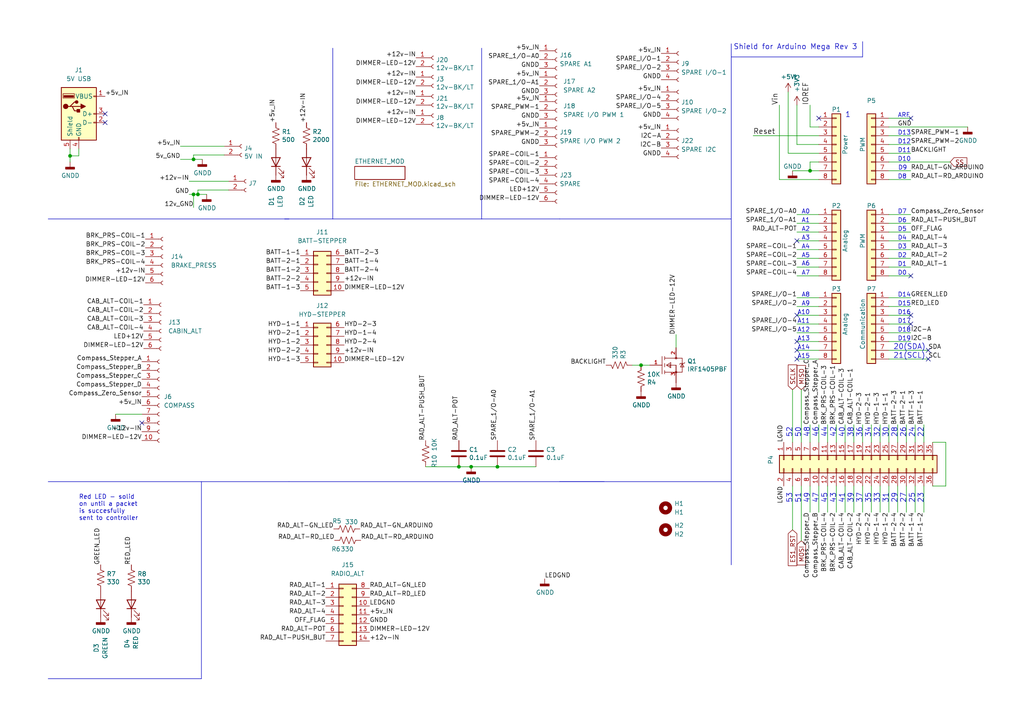
<source format=kicad_sch>
(kicad_sch (version 20230121) (generator eeschema)
  (paper "A4")
  (title_block (date "mar. 31 mars 2015"))
  (lib_symbols
    (symbol "Connector:Conn_01x02_Female" (pin_names (offset 1.016) hide)
      (property "Reference" "J" (at 0 2.54 0))
      (property "Value" "Conn_01x02_Female" (at 0 -5.08 0))
      (symbol "Conn_01x02_Female_1_1"
        (pin passive line (at -5.08 0 0) (length 3.81) (name "Pin_1") (number "1"))
        (pin passive line (at -5.08 -2.54 0) (length 3.81) (name "Pin_2") (number "2"))
      )
    )
    (symbol "Connector:Conn_01x03_Female" (pin_names (offset 1.016) hide)
      (property "Reference" "J" (at 0 5.08 0))
      (property "Value" "Conn_01x03_Female" (at 0 -5.08 0))
      (symbol "Conn_01x03_Female_1_1"
        (pin passive line (at -5.08 2.54 0) (length 3.81) (name "Pin_1") (number "1"))
        (pin passive line (at -5.08 0 0) (length 3.81) (name "Pin_2") (number "2"))
        (pin passive line (at -5.08 -2.54 0) (length 3.81) (name "Pin_3") (number "3"))
      )
    )
    (symbol "Connector:Conn_01x04_Female" (pin_names (offset 1.016) hide)
      (property "Reference" "J" (at 0 5.08 0))
      (property "Value" "Conn_01x04_Female" (at 0 -7.62 0))
      (symbol "Conn_01x04_Female_1_1"
        (pin passive line (at -5.08 2.54 0) (length 3.81) (name "Pin_1") (number "1"))
        (pin passive line (at -5.08 0 0) (length 3.81) (name "Pin_2") (number "2"))
        (pin passive line (at -5.08 -2.54 0) (length 3.81) (name "Pin_3") (number "3"))
        (pin passive line (at -5.08 -5.08 0) (length 3.81) (name "Pin_4") (number "4"))
      )
    )
    (symbol "Connector:Conn_01x06_Female" (pin_names (offset 1.016) hide)
      (property "Reference" "J" (at 0 7.62 0))
      (property "Value" "Conn_01x06_Female" (at 0 -10.16 0))
      (symbol "Conn_01x06_Female_1_1"
        (pin passive line (at -5.08 5.08 0) (length 3.81) (name "Pin_1") (number "1"))
        (pin passive line (at -5.08 2.54 0) (length 3.81) (name "Pin_2") (number "2"))
        (pin passive line (at -5.08 0 0) (length 3.81) (name "Pin_3") (number "3"))
        (pin passive line (at -5.08 -2.54 0) (length 3.81) (name "Pin_4") (number "4"))
        (pin passive line (at -5.08 -5.08 0) (length 3.81) (name "Pin_5") (number "5"))
        (pin passive line (at -5.08 -7.62 0) (length 3.81) (name "Pin_6") (number "6"))
      )
    )
    (symbol "Connector:Conn_01x10_Female" (pin_names (offset 1.016) hide)
      (property "Reference" "J" (at 0 12.7 0))
      (property "Value" "Conn_01x10_Female" (at 0 -15.24 0))
      (symbol "Conn_01x10_Female_1_1"
        (pin passive line (at -5.08 10.16 0) (length 3.81) (name "Pin_1") (number "1"))
        (pin passive line (at -5.08 -12.7 0) (length 3.81) (name "Pin_10") (number "10"))
        (pin passive line (at -5.08 7.62 0) (length 3.81) (name "Pin_2") (number "2"))
        (pin passive line (at -5.08 5.08 0) (length 3.81) (name "Pin_3") (number "3"))
        (pin passive line (at -5.08 2.54 0) (length 3.81) (name "Pin_4") (number "4"))
        (pin passive line (at -5.08 0 0) (length 3.81) (name "Pin_5") (number "5"))
        (pin passive line (at -5.08 -2.54 0) (length 3.81) (name "Pin_6") (number "6"))
        (pin passive line (at -5.08 -5.08 0) (length 3.81) (name "Pin_7") (number "7"))
        (pin passive line (at -5.08 -7.62 0) (length 3.81) (name "Pin_8") (number "8"))
        (pin passive line (at -5.08 -10.16 0) (length 3.81) (name "Pin_9") (number "9"))
      )
    )
    (symbol "Connector:USB_A" (pin_names (offset 1.016))
      (property "Reference" "J" (at -5.08 11.43 0))
      (property "Value" "USB_A" (at -5.08 8.89 0))
      (symbol "USB_A_1_1"
        (pin power_in line (at 7.62 5.08 180) (length 2.54) (name "VBUS") (number "1"))
        (pin bidirectional line (at 7.62 -2.54 180) (length 2.54) (name "D-") (number "2"))
        (pin bidirectional line (at 7.62 0 180) (length 2.54) (name "D+") (number "3"))
        (pin power_in line (at 0 -10.16 90) (length 2.54) (name "GND") (number "4"))
        (pin passive line (at -2.54 -10.16 90) (length 2.54) (name "Shield") (number "5"))
      )
    )
    (symbol "Connector_Generic:Conn_01x08" (pin_names (offset 1.016) hide)
      (property "Reference" "J" (at 0 10.16 0))
      (property "Value" "Conn_01x08" (at 0 -12.7 0))
      (symbol "Conn_01x08_1_1"
        (pin passive line (at -5.08 7.62 0) (length 3.81) (name "Pin_1") (number "1"))
        (pin passive line (at -5.08 5.08 0) (length 3.81) (name "Pin_2") (number "2"))
        (pin passive line (at -5.08 2.54 0) (length 3.81) (name "Pin_3") (number "3"))
        (pin passive line (at -5.08 0 0) (length 3.81) (name "Pin_4") (number "4"))
        (pin passive line (at -5.08 -2.54 0) (length 3.81) (name "Pin_5") (number "5"))
        (pin passive line (at -5.08 -5.08 0) (length 3.81) (name "Pin_6") (number "6"))
        (pin passive line (at -5.08 -7.62 0) (length 3.81) (name "Pin_7") (number "7"))
        (pin passive line (at -5.08 -10.16 0) (length 3.81) (name "Pin_8") (number "8"))
      )
    )
    (symbol "Connector_Generic:Conn_02x05_Top_Bottom" (pin_names (offset 1.016) hide)
      (property "Reference" "J" (at 1.27 7.62 0))
      (property "Value" "Conn_02x05_Top_Bottom" (at 1.27 -7.62 0))
      (symbol "Conn_02x05_Top_Bottom_1_1"
        (pin passive line (at -5.08 5.08 0) (length 3.81) (name "Pin_1") (number "1"))
        (pin passive line (at 7.62 -5.08 180) (length 3.81) (name "Pin_10") (number "10"))
        (pin passive line (at -5.08 2.54 0) (length 3.81) (name "Pin_2") (number "2"))
        (pin passive line (at -5.08 0 0) (length 3.81) (name "Pin_3") (number "3"))
        (pin passive line (at -5.08 -2.54 0) (length 3.81) (name "Pin_4") (number "4"))
        (pin passive line (at -5.08 -5.08 0) (length 3.81) (name "Pin_5") (number "5"))
        (pin passive line (at 7.62 5.08 180) (length 3.81) (name "Pin_6") (number "6"))
        (pin passive line (at 7.62 2.54 180) (length 3.81) (name "Pin_7") (number "7"))
        (pin passive line (at 7.62 0 180) (length 3.81) (name "Pin_8") (number "8"))
        (pin passive line (at 7.62 -2.54 180) (length 3.81) (name "Pin_9") (number "9"))
      )
    )
    (symbol "Connector_Generic:Conn_02x07_Top_Bottom" (pin_names (offset 1.016) hide)
      (property "Reference" "J" (at 1.27 10.16 0))
      (property "Value" "Conn_02x07_Top_Bottom" (at 1.27 -10.16 0))
      (symbol "Conn_02x07_Top_Bottom_1_1"
        (pin passive line (at -5.08 7.62 0) (length 3.81) (name "Pin_1") (number "1"))
        (pin passive line (at 7.62 2.54 180) (length 3.81) (name "Pin_10") (number "10"))
        (pin passive line (at 7.62 0 180) (length 3.81) (name "Pin_11") (number "11"))
        (pin passive line (at 7.62 -2.54 180) (length 3.81) (name "Pin_12") (number "12"))
        (pin passive line (at 7.62 -5.08 180) (length 3.81) (name "Pin_13") (number "13"))
        (pin passive line (at 7.62 -7.62 180) (length 3.81) (name "Pin_14") (number "14"))
        (pin passive line (at -5.08 5.08 0) (length 3.81) (name "Pin_2") (number "2"))
        (pin passive line (at -5.08 2.54 0) (length 3.81) (name "Pin_3") (number "3"))
        (pin passive line (at -5.08 0 0) (length 3.81) (name "Pin_4") (number "4"))
        (pin passive line (at -5.08 -2.54 0) (length 3.81) (name "Pin_5") (number "5"))
        (pin passive line (at -5.08 -5.08 0) (length 3.81) (name "Pin_6") (number "6"))
        (pin passive line (at -5.08 -7.62 0) (length 3.81) (name "Pin_7") (number "7"))
        (pin passive line (at 7.62 7.62 180) (length 3.81) (name "Pin_8") (number "8"))
        (pin passive line (at 7.62 5.08 180) (length 3.81) (name "Pin_9") (number "9"))
      )
    )
    (symbol "Connector_Generic:Conn_02x18_Odd_Even" (pin_names (offset 1.016) hide)
      (property "Reference" "J" (at 1.27 22.86 0))
      (property "Value" "Conn_02x18_Odd_Even" (at 1.27 -25.4 0))
      (symbol "Conn_02x18_Odd_Even_1_1"
        (pin passive line (at -5.08 20.32 0) (length 3.81) (name "Pin_1") (number "1"))
        (pin passive line (at 7.62 10.16 180) (length 3.81) (name "Pin_10") (number "10"))
        (pin passive line (at -5.08 7.62 0) (length 3.81) (name "Pin_11") (number "11"))
        (pin passive line (at 7.62 7.62 180) (length 3.81) (name "Pin_12") (number "12"))
        (pin passive line (at -5.08 5.08 0) (length 3.81) (name "Pin_13") (number "13"))
        (pin passive line (at 7.62 5.08 180) (length 3.81) (name "Pin_14") (number "14"))
        (pin passive line (at -5.08 2.54 0) (length 3.81) (name "Pin_15") (number "15"))
        (pin passive line (at 7.62 2.54 180) (length 3.81) (name "Pin_16") (number "16"))
        (pin passive line (at -5.08 0 0) (length 3.81) (name "Pin_17") (number "17"))
        (pin passive line (at 7.62 0 180) (length 3.81) (name "Pin_18") (number "18"))
        (pin passive line (at -5.08 -2.54 0) (length 3.81) (name "Pin_19") (number "19"))
        (pin passive line (at 7.62 20.32 180) (length 3.81) (name "Pin_2") (number "2"))
        (pin passive line (at 7.62 -2.54 180) (length 3.81) (name "Pin_20") (number "20"))
        (pin passive line (at -5.08 -5.08 0) (length 3.81) (name "Pin_21") (number "21"))
        (pin passive line (at 7.62 -5.08 180) (length 3.81) (name "Pin_22") (number "22"))
        (pin passive line (at -5.08 -7.62 0) (length 3.81) (name "Pin_23") (number "23"))
        (pin passive line (at 7.62 -7.62 180) (length 3.81) (name "Pin_24") (number "24"))
        (pin passive line (at -5.08 -10.16 0) (length 3.81) (name "Pin_25") (number "25"))
        (pin passive line (at 7.62 -10.16 180) (length 3.81) (name "Pin_26") (number "26"))
        (pin passive line (at -5.08 -12.7 0) (length 3.81) (name "Pin_27") (number "27"))
        (pin passive line (at 7.62 -12.7 180) (length 3.81) (name "Pin_28") (number "28"))
        (pin passive line (at -5.08 -15.24 0) (length 3.81) (name "Pin_29") (number "29"))
        (pin passive line (at -5.08 17.78 0) (length 3.81) (name "Pin_3") (number "3"))
        (pin passive line (at 7.62 -15.24 180) (length 3.81) (name "Pin_30") (number "30"))
        (pin passive line (at -5.08 -17.78 0) (length 3.81) (name "Pin_31") (number "31"))
        (pin passive line (at 7.62 -17.78 180) (length 3.81) (name "Pin_32") (number "32"))
        (pin passive line (at -5.08 -20.32 0) (length 3.81) (name "Pin_33") (number "33"))
        (pin passive line (at 7.62 -20.32 180) (length 3.81) (name "Pin_34") (number "34"))
        (pin passive line (at -5.08 -22.86 0) (length 3.81) (name "Pin_35") (number "35"))
        (pin passive line (at 7.62 -22.86 180) (length 3.81) (name "Pin_36") (number "36"))
        (pin passive line (at 7.62 17.78 180) (length 3.81) (name "Pin_4") (number "4"))
        (pin passive line (at -5.08 15.24 0) (length 3.81) (name "Pin_5") (number "5"))
        (pin passive line (at 7.62 15.24 180) (length 3.81) (name "Pin_6") (number "6"))
        (pin passive line (at -5.08 12.7 0) (length 3.81) (name "Pin_7") (number "7"))
        (pin passive line (at 7.62 12.7 180) (length 3.81) (name "Pin_8") (number "8"))
        (pin passive line (at -5.08 10.16 0) (length 3.81) (name "Pin_9") (number "9"))
      )
    )
    (symbol "Device:C" (pin_numbers hide) (pin_names (offset 0.254))
      (property "Reference" "C" (at 0.635 2.54 0))
      (property "Value" "C" (at 0.635 -2.54 0))
      (symbol "C_1_1"
        (pin passive line (at 0 3.81 270) (length 2.794) (name "~") (number "1"))
        (pin passive line (at 0 -3.81 90) (length 2.794) (name "~") (number "2"))
      )
    )
    (symbol "Device:LED" (pin_numbers hide) (pin_names (offset 1.016) hide)
      (property "Reference" "D" (at 0 2.54 0))
      (property "Value" "LED" (at 0 -2.54 0))
      (symbol "LED_1_1"
        (pin passive line (at -3.81 0 0) (length 2.54) (name "K") (number "1"))
        (pin passive line (at 3.81 0 180) (length 2.54) (name "A") (number "2"))
      )
    )
    (symbol "Device:R_US" (pin_numbers hide) (pin_names (offset 0))
      (property "Reference" "R" (at 2.54 0 90))
      (property "Value" "R_US" (at -2.54 0 90))
      (symbol "R_US_1_1"
        (pin passive line (at 0 3.81 270) (length 1.27) (name "~") (number "1"))
        (pin passive line (at 0 -3.81 90) (length 1.27) (name "~") (number "2"))
      )
    )
    (symbol "Hornet-Forward-Output-Upper-Shield-rescue:IRF1405PBF-Mosfet-Hornet-Forward-Output-Upper-Shield-rescue" (pin_names (offset 1.016))
      (property "Reference" "Q" (at 0 7.62 0))
      (property "Value" "IRF1405PBF-Mosfet-Hornet-Forward-Output-Upper-Shield-rescue" (at 0 10.16 0))
      (symbol "IRF1405PBF-Mosfet-Hornet-Forward-Output-Upper-Shield-rescue_1_1"
        (pin passive line (at 2.54 0 0) (length 3.556) (name "G") (number "1"))
        (pin passive line (at 10.16 5.08 270) (length 3.048) (name "D") (number "2"))
        (pin passive line (at 10.16 -5.08 90) (length 5.08) (name "S") (number "3"))
      )
    )
    (symbol "Mechanical:MountingHole" (pin_names (offset 1.016))
      (property "Reference" "H" (at 0 5.08 0))
      (property "Value" "MountingHole" (at 0 3.175 0))
    )
    (symbol "power:+3V3" (power) (pin_names (offset 0))
      (property "Value" "+3V3" (at 0 3.556 0))
      (symbol "+3V3_1_1"
        (pin power_in line (at 0 0 90) (length 0) hide (name "+3V3") (number "1"))
      )
    )
    (symbol "power:+5VL" (power) (pin_names (offset 0))
      (property "Value" "+5VL" (at 0 3.556 0))
      (symbol "+5VL_1_1"
        (pin power_in line (at 0 0 90) (length 0) hide (name "+5VL") (number "1"))
      )
    )
    (symbol "power:GNDD" (power) (pin_names (offset 0))
      (property "Value" "GNDD" (at 0 -3.175 0))
      (symbol "GNDD_1_1"
        (pin power_in line (at 0 0 270) (length 0) hide (name "GNDD") (number "1"))
      )
    )
  )
  (junction (at 136.652 135.382))
  (junction (at 20.32 45.212))
  (junction (at 57.404 56.388))
  (junction (at 133.096 135.382))
  (junction (at 56.134 56.388))
  (junction (at 234.95 49.53))
  (junction (at 56.134 46.228))
  (junction (at 185.928 105.918))
  (junction (at 144.272 135.382))
  (no_connect (at 231.14 69.85))
  (no_connect (at 269.24 101.6))
  (no_connect (at 264.16 34.29))
  (no_connect (at 231.14 99.06))
  (no_connect (at 264.16 93.98))
  (no_connect (at 231.14 101.6))
  (no_connect (at 269.24 104.14))
  (no_connect (at 264.16 80.01))
  (no_connect (at 264.16 91.44))
  (no_connect (at 231.14 104.14))
  (no_connect (at 41.148 122.682))
  (no_connect (at 237.49 34.29))
  (no_connect (at 231.14 91.44))
  (no_connect (at 30.48 35.56))
  (no_connect (at 30.48 33.02))
  (polyline (pts (xy 139.7 63.5) (xy 139.7 13.97)))
  (wire (pts (xy 237.49 49.53) (xy 234.95 49.53)))
  (wire (pts (xy 218.44 39.37) (xy 237.49 39.37)))
  (wire (pts (xy 41.148 120.142) (xy 33.528 120.142)))
  (wire (pts (xy 229.87 140.97) (xy 229.87 153.67)))
  (wire (pts (xy 228.6 26.67) (xy 228.6 44.45)))
  (wire (pts (xy 257.81 39.37) (xy 264.16 39.37)))
  (wire (pts (xy 240.03 128.27) (xy 240.03 123.19)))
  (polyline (pts (xy 82.55 63.5) (xy 139.7 63.5)))
  (wire (pts (xy 274.32 140.97) (xy 270.51 140.97)))
  (wire (pts (xy 257.81 104.14) (xy 269.24 104.14)))
  (wire (pts (xy 260.35 128.27) (xy 260.35 123.19)))
  (wire (pts (xy 264.16 72.39) (xy 257.81 72.39)))
  (wire (pts (xy 237.49 46.99) (xy 234.95 46.99)))
  (wire (pts (xy 274.32 128.27) (xy 274.32 140.97)))
  (wire (pts (xy 237.49 36.83) (xy 234.95 36.83)))
  (wire (pts (xy 257.81 91.44) (xy 264.16 91.44)))
  (wire (pts (xy 56.134 44.958) (xy 56.134 46.228)))
  (wire (pts (xy 65.024 44.958) (xy 56.134 44.958)))
  (wire (pts (xy 232.41 128.27) (xy 232.41 113.03)))
  (wire (pts (xy 240.03 140.97) (xy 240.03 148.59)))
  (polyline (pts (xy 162.306 63.5) (xy 212.09 63.5)))
  (wire (pts (xy 237.49 96.52) (xy 231.14 96.52)))
  (wire (pts (xy 237.49 72.39) (xy 231.14 72.39)))
  (polyline (pts (xy 13.97 139.7) (xy 58.42 139.7)))
  (wire (pts (xy 247.65 140.97) (xy 247.65 148.59)))
  (wire (pts (xy 265.43 140.97) (xy 265.43 148.59)))
  (wire (pts (xy 226.06 52.07) (xy 226.06 30.48)))
  (wire (pts (xy 57.404 56.388) (xy 59.944 56.388)))
  (wire (pts (xy 257.81 44.45) (xy 264.16 44.45)))
  (wire (pts (xy 234.95 36.83) (xy 234.95 30.48)))
  (wire (pts (xy 237.49 62.23) (xy 231.14 62.23)))
  (wire (pts (xy 144.272 135.382) (xy 155.448 135.382)))
  (wire (pts (xy 264.16 69.85) (xy 257.81 69.85)))
  (wire (pts (xy 231.14 41.91) (xy 237.49 41.91)))
  (wire (pts (xy 257.81 74.93) (xy 264.16 74.93)))
  (wire (pts (xy 237.49 99.06) (xy 231.14 99.06)))
  (wire (pts (xy 232.41 140.97) (xy 232.41 156.845)))
  (wire (pts (xy 133.096 135.382) (xy 136.652 135.382)))
  (wire (pts (xy 234.95 128.27) (xy 234.95 123.19)))
  (wire (pts (xy 245.11 128.27) (xy 245.11 123.19)))
  (polyline (pts (xy 212.09 163.83) (xy 212.09 12.7)))
  (polyline (pts (xy 250.19 16.51) (xy 250.19 12.065)))
  (wire (pts (xy 255.27 140.97) (xy 255.27 148.59)))
  (wire (pts (xy 257.81 128.27) (xy 257.81 123.19)))
  (wire (pts (xy 257.81 86.36) (xy 264.16 86.36)))
  (wire (pts (xy 229.87 128.27) (xy 229.87 113.03)))
  (wire (pts (xy 262.89 128.27) (xy 262.89 123.19)))
  (wire (pts (xy 56.134 46.228) (xy 58.674 46.228)))
  (polyline (pts (xy 139.7 63.5) (xy 162.306 63.5)))
  (wire (pts (xy 136.652 135.382) (xy 144.272 135.382)))
  (polyline (pts (xy 212.09 16.51) (xy 250.19 16.51)))
  (wire (pts (xy 234.95 49.53) (xy 229.87 49.53)))
  (polyline (pts (xy 58.42 196.85) (xy 58.42 139.7)))
  (wire (pts (xy 237.49 77.47) (xy 231.14 77.47)))
  (wire (pts (xy 237.49 128.27) (xy 237.49 123.19)))
  (wire (pts (xy 234.95 140.97) (xy 234.95 148.59)))
  (wire (pts (xy 123.444 135.382) (xy 133.096 135.382)))
  (wire (pts (xy 237.49 101.6) (xy 231.14 101.6)))
  (wire (pts (xy 257.81 49.53) (xy 264.16 49.53)))
  (wire (pts (xy 185.928 105.918) (xy 188.468 105.918)))
  (wire (pts (xy 54.864 52.578) (xy 66.294 52.578)))
  (wire (pts (xy 20.32 43.18) (xy 20.32 45.212)))
  (polyline (pts (xy 162.306 139.7) (xy 212.09 139.7)))
  (wire (pts (xy 252.73 128.27) (xy 252.73 123.19)))
  (polyline (pts (xy 13.97 63.5) (xy 83.82 63.5)))
  (wire (pts (xy 237.49 86.36) (xy 231.14 86.36)))
  (wire (pts (xy 237.49 91.44) (xy 231.14 91.44)))
  (wire (pts (xy 257.81 77.47) (xy 264.16 77.47)))
  (wire (pts (xy 245.11 140.97) (xy 245.11 148.59)))
  (wire (pts (xy 267.97 140.97) (xy 267.97 148.59)))
  (wire (pts (xy 257.81 46.99) (xy 275.59 46.99)))
  (wire (pts (xy 237.49 67.31) (xy 231.14 67.31)))
  (wire (pts (xy 237.49 88.9) (xy 231.14 88.9)))
  (polyline (pts (xy 13.97 196.85) (xy 58.42 196.85)))
  (wire (pts (xy 22.86 45.212) (xy 20.32 45.212)))
  (wire (pts (xy 257.81 62.23) (xy 264.16 62.23)))
  (wire (pts (xy 237.49 93.98) (xy 231.14 93.98)))
  (wire (pts (xy 231.14 30.48) (xy 231.14 41.91)))
  (wire (pts (xy 257.81 36.83) (xy 280.67 36.83)))
  (wire (pts (xy 237.49 74.93) (xy 231.14 74.93)))
  (wire (pts (xy 234.95 46.99) (xy 234.95 49.53)))
  (wire (pts (xy 237.49 64.77) (xy 231.14 64.77)))
  (wire (pts (xy 56.134 56.388) (xy 56.134 60.198)))
  (wire (pts (xy 183.388 105.918) (xy 185.928 105.918)))
  (wire (pts (xy 242.57 128.27) (xy 242.57 123.19)))
  (wire (pts (xy 257.81 96.52) (xy 264.16 96.52)))
  (wire (pts (xy 237.49 140.97) (xy 237.49 148.59)))
  (wire (pts (xy 269.24 101.6) (xy 257.81 101.6)))
  (wire (pts (xy 237.49 104.14) (xy 231.14 104.14)))
  (wire (pts (xy 274.32 128.27) (xy 270.51 128.27)))
  (polyline (pts (xy 83.82 139.7) (xy 175.26 139.7)))
  (wire (pts (xy 257.81 34.29) (xy 264.16 34.29)))
  (wire (pts (xy 262.89 140.97) (xy 262.89 148.59)))
  (wire (pts (xy 257.81 52.07) (xy 264.16 52.07)))
  (wire (pts (xy 255.27 128.27) (xy 255.27 123.19)))
  (wire (pts (xy 257.81 88.9) (xy 264.16 88.9)))
  (wire (pts (xy 257.81 80.01) (xy 264.16 80.01)))
  (wire (pts (xy 237.49 80.01) (xy 231.14 80.01)))
  (wire (pts (xy 260.35 140.97) (xy 260.35 148.59)))
  (wire (pts (xy 52.324 42.418) (xy 65.024 42.418)))
  (wire (pts (xy 20.32 45.212) (xy 20.32 46.99)))
  (wire (pts (xy 56.134 56.388) (xy 57.404 56.388)))
  (wire (pts (xy 265.43 128.27) (xy 265.43 123.19)))
  (polyline (pts (xy 96.52 63.5) (xy 96.52 13.97)))
  (wire (pts (xy 247.65 128.27) (xy 247.65 123.19)))
  (polyline (pts (xy 58.42 139.7) (xy 83.82 139.7)))
  (wire (pts (xy 257.81 93.98) (xy 264.16 93.98)))
  (wire (pts (xy 257.81 41.91) (xy 264.16 41.91)))
  (wire (pts (xy 250.19 140.97) (xy 250.19 148.59)))
  (wire (pts (xy 52.324 46.228) (xy 56.134 46.228)))
  (wire (pts (xy 257.81 99.06) (xy 264.16 99.06)))
  (wire (pts (xy 57.404 55.118) (xy 57.404 56.388)))
  (wire (pts (xy 22.86 43.18) (xy 22.86 45.212)))
  (wire (pts (xy 228.6 44.45) (xy 237.49 44.45)))
  (wire (pts (xy 54.864 56.388) (xy 56.134 56.388)))
  (wire (pts (xy 252.73 140.97) (xy 252.73 148.59)))
  (wire (pts (xy 257.81 140.97) (xy 257.81 148.59)))
  (wire (pts (xy 257.81 64.77) (xy 264.16 64.77)))
  (wire (pts (xy 267.97 128.27) (xy 267.97 123.19)))
  (wire (pts (xy 237.49 69.85) (xy 231.14 69.85)))
  (wire (pts (xy 242.57 140.97) (xy 242.57 148.59)))
  (wire (pts (xy 237.49 52.07) (xy 226.06 52.07)))
  (wire (pts (xy 264.16 67.31) (xy 257.81 67.31)))
  (wire (pts (xy 250.19 128.27) (xy 250.19 123.19)))
  (wire (pts (xy 196.088 97.028) (xy 196.088 100.838)))
  (wire (pts (xy 66.294 55.118) (xy 57.404 55.118)))
  (text "A14" (at 234.95 101.6 0) (effects (font (size 1.27 1.27)) (justify right bottom)))
  (text "24" (at 265.43 127 90) (effects (font (size 1.524 1.524)) (justify left bottom)))
  (text "ARF" (at 260.35 34.29 0) (effects (font (size 1.27 1.27)) (justify left bottom)))
  (text "50" (at 232.41 127 90) (effects (font (size 1.524 1.524)) (justify left bottom)))
  (text "D7" (at 260.35 62.23 0) (effects (font (size 1.27 1.27)) (justify left bottom)))
  (text "D1" (at 260.35 77.47 0) (effects (font (size 1.27 1.27)) (justify left bottom)))
  (text "A5" (at 234.95 74.93 0) (effects (font (size 1.27 1.27)) (justify right bottom)))
  (text "D2" (at 260.35 74.93 0) (effects (font (size 1.27 1.27)) (justify left bottom)))
  (text "33" (at 255.27 146.05 90) (effects (font (size 1.524 1.524)) (justify left bottom)))
  (text "D3" (at 260.35 72.39 0) (effects (font (size 1.27 1.27)) (justify left bottom)))
  (text "Shield for Arduino Mega Rev 3" (at 212.725 14.605 0) (effects (font (size 1.524 1.524)) (justify left bottom)))
  (text "D0\n" (at 260.35 80.01 0) (effects (font (size 1.27 1.27)) (justify left bottom)))
  (text "D10" (at 260.35 46.99 0) (effects (font (size 1.27 1.27)) (justify left bottom)))
  (text "D6" (at 260.35 64.77 0) (effects (font (size 1.27 1.27)) (justify left bottom)))
  (text "34" (at 252.73 127 90) (effects (font (size 1.524 1.524)) (justify left bottom)))
  (text "A8" (at 234.95 86.36 0) (effects (font (size 1.27 1.27)) (justify right bottom)))
  (text "44" (at 240.03 126.9443 90) (effects (font (size 1.524 1.524)) (justify left bottom)))
  (text "38" (at 247.65 127 90) (effects (font (size 1.524 1.524)) (justify left bottom)))
  (text "39" (at 247.65 146.05 90) (effects (font (size 1.524 1.524)) (justify left bottom)))
  (text "A4" (at 234.95 72.39 0) (effects (font (size 1.27 1.27)) (justify right bottom)))
  (text "23" (at 267.97 146.05 90) (effects (font (size 1.524 1.524)) (justify left bottom)))
  (text "D13" (at 260.35 39.37 0) (effects (font (size 1.27 1.27)) (justify left bottom)))
  (text "45" (at 240.03 146.05 90) (effects (font (size 1.524 1.524)) (justify left bottom)))
  (text "27" (at 262.89 146.05 90) (effects (font (size 1.524 1.524)) (justify left bottom)))
  (text "D9" (at 260.4525 49.53 0) (effects (font (size 1.27 1.27)) (justify left bottom)))
  (text "37" (at 250.19 146.05 90) (effects (font (size 1.524 1.524)) (justify left bottom)))
  (text "Red LED - solid\non until a packet\nis succesfully \nsent to controller" (at 22.86 151.13 0) (effects (font (size 1.27 1.27)) (justify left bottom)))
  (text "A6\n\n" (at 234.95 79.375 0) (effects (font (size 1.27 1.27)) (justify right bottom)))
  (text "43" (at 242.57 146.05 90) (effects (font (size 1.524 1.524)) (justify left bottom)))
  (text "A13" (at 234.95 99.06 0) (effects (font (size 1.27 1.27)) (justify right bottom)))
  (text "26" (at 262.89 127 90) (effects (font (size 1.524 1.524)) (justify left bottom)))
  (text "32" (at 255.27 127 90) (effects (font (size 1.524 1.524)) (justify left bottom)))
  (text "A12" (at 234.95 96.52 0) (effects (font (size 1.27 1.27)) (justify right bottom)))
  (text "22" (at 267.97 127 90) (effects (font (size 1.524 1.524)) (justify left bottom)))
  (text "48" (at 234.95 126.9443 90) (effects (font (size 1.524 1.524)) (justify left bottom)))
  (text "D14" (at 260.35 86.36 0) (effects (font (size 1.27 1.27)) (justify left bottom)))
  (text "A15" (at 234.95 104.14 0) (effects (font (size 1.27 1.27)) (justify right bottom)))
  (text "31" (at 257.81 146.05 90) (effects (font (size 1.524 1.524)) (justify left bottom)))
  (text "30" (at 257.81 127 90) (effects (font (size 1.524 1.524)) (justify left bottom)))
  (text "46" (at 237.49 126.9443 90) (effects (font (size 1.524 1.524)) (justify left bottom)))
  (text "42" (at 242.57 126.9443 90) (effects (font (size 1.524 1.524)) (justify left bottom)))
  (text "D15" (at 260.35 88.9 0) (effects (font (size 1.27 1.27)) (justify left bottom)))
  (text "53" (at 229.87 146.05 90) (effects (font (size 1.524 1.524)) (justify left bottom)))
  (text "29" (at 260.35 146.05 90) (effects (font (size 1.524 1.524)) (justify left bottom)))
  (text "1" (at 245.11 34.29 0) (effects (font (size 1.524 1.524)) (justify left bottom)))
  (text "A0" (at 234.95 62.23 0) (effects (font (size 1.27 1.27)) (justify right bottom)))
  (text "D12" (at 260.35 41.91 0) (effects (font (size 1.27 1.27)) (justify left bottom)))
  (text "A11" (at 234.95 93.98 0) (effects (font (size 1.27 1.27)) (justify right bottom)))
  (text "A9" (at 234.95 88.9 0) (effects (font (size 1.27 1.27)) (justify right bottom)))
  (text "D17" (at 260.35 93.98 0) (effects (font (size 1.27 1.27)) (justify left bottom)))
  (text "A7" (at 234.95 80.01 0) (effects (font (size 1.27 1.27)) (justify right bottom)))
  (text "D11" (at 260.35 44.45 0) (effects (font (size 1.27 1.27)) (justify left bottom)))
  (text "A1" (at 234.95 64.77 0) (effects (font (size 1.27 1.27)) (justify right bottom)))
  (text "20(SDA)" (at 259.08 101.6 0) (effects (font (size 1.524 1.524)) (justify left bottom)))
  (text "41" (at 245.11 146.05 90) (effects (font (size 1.524 1.524)) (justify left bottom)))
  (text "21(SCL)" (at 259.08 104.14 0) (effects (font (size 1.524 1.524)) (justify left bottom)))
  (text "49" (at 234.95 146.05 90) (effects (font (size 1.524 1.524)) (justify left bottom)))
  (text "40" (at 245.11 127 90) (effects (font (size 1.524 1.524)) (justify left bottom)))
  (text "D19\n" (at 260.35 99.06 0) (effects (font (size 1.27 1.27)) (justify left bottom)))
  (text "D16" (at 260.35 91.44 0) (effects (font (size 1.27 1.27)) (justify left bottom)))
  (text "A3" (at 234.95 69.85 0) (effects (font (size 1.27 1.27)) (justify right bottom)))
  (text "D8" (at 260.35 52.07 0) (effects (font (size 1.27 1.27)) (justify left bottom)))
  (text "25" (at 265.43 146.05 90) (effects (font (size 1.524 1.524)) (justify left bottom)))
  (text "47" (at 237.49 146.05 90) (effects (font (size 1.524 1.524)) (justify left bottom)))
  (text "51" (at 232.41 146.05 90) (effects (font (size 1.524 1.524)) (justify left bottom)))
  (text "35" (at 252.73 146.05 90) (effects (font (size 1.524 1.524)) (justify left bottom)))
  (text "52" (at 229.87 127 90) (effects (font (size 1.524 1.524)) (justify left bottom)))
  (text "28" (at 260.35 127 90) (effects (font (size 1.524 1.524)) (justify left bottom)))
  (text "A2" (at 234.95 67.31 0) (effects (font (size 1.27 1.27)) (justify right bottom)))
  (text "A10" (at 234.95 91.44 0) (effects (font (size 1.27 1.27)) (justify right bottom)))
  (text "36" (at 250.19 127 90) (effects (font (size 1.524 1.524)) (justify left bottom)))
  (text "D18" (at 260.35 96.52 0) (effects (font (size 1.27 1.27)) (justify left bottom)))
  (text "D4" (at 260.35 69.85 0) (effects (font (size 1.27 1.27)) (justify left bottom)))
  (text "D5" (at 260.35 67.31 0) (effects (font (size 1.27 1.27)) (justify left bottom)))
  (label "BRK_PRS-COIL-1" (at 242.57 123.19 90))
  (label "RAD_ALT-RD_ARDUINO" (at 104.648 156.718 0))
  (label "+5v_IN" (at 156.464 22.352 180))
  (label "LEDGND" (at 157.988 167.894 0))
  (label "BRK_PRS-COIL-3" (at 240.03 123.19 90))
  (label "SPARE_PWM-2" (at 156.464 39.624 180))
  (label "GNDD" (at 191.77 23.114 180))
  (label "RAD_ALT-RD_LED" (at 97.028 156.718 180))
  (label "+5v_IN" (at 191.77 15.494 180))
  (label "GND" (at 54.864 56.388 180))
  (label "+5v_IN" (at 156.464 37.084 180))
  (label "SPARE_I{slash}O-5" (at 191.77 31.75 180))
  (label "SPARE_I{slash}O-2" (at 231.14 88.9 180))
  (label "RAD_ALT-2" (at 94.488 173.228 180))
  (label "DIMMER-LED-12V" (at 99.822 84.328 0))
  (label "Compass_Zero_Sensor" (at 264.16 62.23 0))
  (label "BATT-1-4" (at 99.822 76.708 0))
  (label "+5v_IN" (at 156.464 14.732 180))
  (label "SPARE_PWM-1" (at 156.464 32.004 180))
  (label "BATT-1-4" (at 265.43 148.59 270))
  (label "Compass_Stepper_C" (at 41.148 109.982 180))
  (label "DIMMER-LED-12V" (at 120.65 24.892 180))
  (label "SPARE-COIL-3" (at 156.464 50.8 180))
  (label "RAD_ALT-PUSH_BUT" (at 94.488 185.928 180))
  (label "HYD-1-1" (at 257.81 123.19 90))
  (label "+12v-IN" (at 41.148 125.222 180))
  (label "RAD_ALT-3" (at 264.16 72.39 0))
  (label "SPARE_1{slash}O-A1" (at 156.464 24.892 180))
  (label "BATT-2-3" (at 99.822 74.168 0))
  (label "RAD_ALT-PUSH_BUT" (at 264.16 64.77 0))
  (label "SPARE_I{slash}O-2" (at 191.77 20.574 180))
  (label "RAD_ALT-RD_LED" (at 107.188 173.228 0))
  (label "LGND" (at 227.33 140.97 270))
  (label "HYD-2-3" (at 99.822 94.996 0))
  (label "BRK_PRS-COIL-4" (at 240.03 148.59 270))
  (label "RAD_ALT-1" (at 264.16 77.47 0))
  (label "SPARE-COIL-4" (at 156.464 53.34 180))
  (label "Vin" (at 226.06 30.48 90) (effects (font (size 1.524 1.524))))
  (label "DIMMER-LED-12V" (at 120.65 30.48 180))
  (label "SPARE-COIL-3" (at 231.14 77.47 180))
  (label "+5v_IN" (at 52.324 42.418 180))
  (label "IOREF" (at 234.95 30.48 90) (effects (font (size 1.524 1.524))))
  (label "LED+12V" (at 41.656 98.552 180))
  (label "GNDD" (at 191.77 34.29 180))
  (label "BACKLIGHT" (at 175.768 105.918 180))
  (label "CAB_ALT-COIL-4" (at 245.11 148.59 270))
  (label "+5v_IN" (at 41.148 117.602 180))
  (label "BATT-1-3" (at 265.43 123.19 90))
  (label "GNDD" (at 156.464 42.164 180))
  (label "HYD-1-4" (at 99.822 97.536 0))
  (label "SPARE_I{slash}O-4" (at 191.77 29.21 180))
  (label "SPARE-COIL-2" (at 231.14 74.93 180))
  (label "HYD-2-3" (at 250.19 123.19 90))
  (label "HYD-1-1" (at 87.122 94.996 180))
  (label "+12v-IN" (at 42.164 79.502 180))
  (label "HYD-2-4" (at 99.822 100.076 0))
  (label "BRK_PRS-COIL-4" (at 42.164 76.962 180))
  (label "SPARE-COIL-1" (at 156.464 45.72 180))
  (label "RAD_ALT-POT" (at 133.096 127.762 90))
  (label "SPARE_I{slash}O-5" (at 231.14 96.52 180))
  (label "OFF_FLAG" (at 264.16 67.31 0))
  (label "SPARE_1{slash}O-A1" (at 231.14 64.77 180))
  (label "Reset" (at 218.44 39.37 0) (effects (font (size 1.524 1.524))))
  (label "GNDD" (at 107.188 180.848 0))
  (label "12v_GND" (at 56.134 60.198 180))
  (label "CAB_ALT-COIL-4" (at 41.656 96.012 180))
  (label "CAB_ALT-COIL-3" (at 41.656 93.472 180))
  (label "RAD_ALT-1" (at 94.488 170.688 180))
  (label "CAB_ALT-COIL-3" (at 245.11 123.19 90))
  (label "SPARE_1{slash}O-A0" (at 144.272 127.762 90))
  (label "HYD-2-4" (at 250.19 148.59 270))
  (label "GREEN_LED" (at 264.16 86.36 0))
  (label "RED_LED" (at 264.16 88.9 0))
  (label "BACKLIGHT" (at 264.16 44.45 0))
  (label "DIMMER-LED-12V" (at 41.656 101.092 180))
  (label "HYD-1-2" (at 87.122 100.076 180))
  (label "I2C-B" (at 264.16 99.06 0))
  (label "BATT-2-1" (at 262.89 123.19 90))
  (label "CAB_ALT-COIL-1" (at 247.65 123.19 90))
  (label "Compass_Stepper_A" (at 237.49 123.19 90))
  (label "OFF_FLAG" (at 94.488 180.848 180))
  (label "BATT-1-3" (at 87.122 84.328 180))
  (label "BATT-1-2" (at 87.122 79.248 180))
  (label "HYD-1-2" (at 257.81 148.59 270))
  (label "GNDD" (at 156.464 19.812 180))
  (label "DIMMER-LED-12V" (at 120.65 36.068 180))
  (label "SPARE_1{slash}O-A0" (at 231.14 62.23 180))
  (label "BRK_PRS-COIL-2" (at 242.57 148.59 270))
  (label "SPARE_1{slash}O-A1" (at 155.448 127.762 90))
  (label "LGND" (at 227.33 128.27 90))
  (label "DIMMER-LED-12V" (at 99.822 105.156 0))
  (label "BATT-1-1" (at 267.97 123.19 90))
  (label "HYD-2-2" (at 252.73 148.59 270))
  (label "SCL" (at 269.24 104.14 0))
  (label "RAD_ALT-GN_LED" (at 96.774 153.416 180))
  (label "I2C-A" (at 191.77 40.386 180))
  (label "RAD_ALT-4" (at 94.488 178.308 180))
  (label "BATT-2-2" (at 87.122 81.788 180))
  (label "DIMMER-LED-12V" (at 41.148 127.762 180))
  (label "+12v-IN" (at 120.65 27.94 180))
  (label "RAD_ALT-PUSH_BUT" (at 123.444 127.762 90))
  (label "+12v-IN" (at 120.65 33.528 180))
  (label "RAD_ALT-2" (at 264.16 74.93 0))
  (label "HYD-2-1" (at 252.73 123.19 90))
  (label "+12v-IN" (at 120.65 22.352 180))
  (label "LEDGND" (at 107.188 175.768 0))
  (label "SDA" (at 269.24 101.6 0))
  (label "Compass_Stepper_B" (at 237.49 148.59 270))
  (label "RAD_ALT-GN_ARDUINO" (at 264.16 49.53 0))
  (label "+5v_IN" (at 191.77 37.846 180))
  (label "HYD-1-3" (at 87.122 105.156 180))
  (label "SPARE_PWM-1" (at 264.16 39.37 0))
  (label "+12v-IN" (at 99.822 102.616 0))
  (label "SPARE_I{slash}O-1" (at 191.77 18.034 180))
  (label "RAD_ALT-3" (at 94.488 175.768 180))
  (label "BATT-2-2" (at 262.89 148.59 270))
  (label "GNDD" (at 156.464 27.432 180))
  (label "+5v_IN" (at 107.188 178.308 0))
  (label "I2C-B" (at 191.77 42.926 180))
  (label "+12v-IN" (at 120.65 16.764 180))
  (label "DIMMER-LED-12V" (at 107.188 183.388 0))
  (label "5v_GND" (at 52.324 46.228 180))
  (label "SPARE_1{slash}O-A0" (at 156.464 17.272 180))
  (label "LED+12V" (at 156.464 55.88 180))
  (label "BATT-2-4" (at 99.822 79.248 0))
  (label "BATT-2-1" (at 87.122 76.708 180))
  (label "+5v_IN" (at 80.01 35.56 90))
  (label "BRK_PRS-COIL-1" (at 42.164 69.342 180))
  (label "BATT-1-2" (at 267.97 148.59 270))
  (label "GNDD" (at 156.464 34.544 180))
  (label "DIMMER-LED-12V" (at 196.088 97.028 90))
  (label "BATT-2-3" (at 260.35 123.19 90))
  (label "SPARE_PWM-2" (at 264.16 41.91 0))
  (label "HYD-2-1" (at 87.122 97.536 180))
  (label "BRK_PRS-COIL-2" (at 42.164 71.882 180))
  (label "SPARE-COIL-2" (at 156.464 48.26 180))
  (label "RAD_ALT-RD_ARDUINO" (at 264.16 52.07 0))
  (label "SPARE-COIL-1" (at 231.14 72.39 180))
  (label "+12v-IN" (at 54.864 52.578 180))
  (label "BATT-2-4" (at 260.35 148.59 270))
  (label "+5v_IN" (at 30.48 27.94 0))
  (label "CAB_ALT-COIL-1" (at 41.656 88.392 180))
  (label "RAD_ALT-GN_LED" (at 107.188 170.688 0))
  (label "+5v_IN" (at 191.77 26.67 180))
  (label "DIMMER-LED-12V" (at 42.164 82.042 180))
  (label "BATT-1-1" (at 87.122 74.168 180))
  (label "BRK_PRS-COIL-3" (at 42.164 74.422 180))
  (label "GNDD" (at 191.77 45.466 180))
  (label "GND" (at 260.35 36.83 0))
  (label "GREEN_LED" (at 29.21 163.83 90))
  (label "HYD-2-2" (at 87.122 102.616 180))
  (label "SPARE_I{slash}O-1" (at 231.14 86.36 180))
  (label "RAD_ALT-POT" (at 94.488 183.388 180))
  (label "RAD_ALT-POT" (at 231.14 67.31 180))
  (label "Compass_Stepper_D" (at 234.95 148.59 270))
  (label "DIMMER-LED-12V" (at 120.65 19.304 180))
  (label "CAB_ALT-COIL-2" (at 41.656 90.932 180))
  (label "RAD_ALT-GN_ARDUINO" (at 104.394 153.416 0))
  (label "+12v-IN" (at 99.822 81.788 0))
  (label "Compass_Stepper_B" (at 41.148 107.442 180))
  (label "HYD-1-3" (at 255.27 123.19 90))
  (label "DIMMER-LED-12V" (at 156.464 58.42 180))
  (label "+12v-IN" (at 88.9 35.56 90))
  (label "+12v-IN" (at 107.188 185.928 0))
  (label "Compass_Stepper_A" (at 41.148 104.902 180))
  (label "I2C-A" (at 264.16 96.52 0))
  (label "+5v_IN" (at 156.464 29.464 180))
  (label "SPARE_I{slash}O-4" (at 231.14 93.98 180))
  (label "SPARE-COIL-4" (at 231.14 80.01 180))
  (label "Compass_Stepper_D" (at 41.148 112.522 180))
  (label "CAB_ALT-COIL-2" (at 247.65 148.59 270))
  (label "HYD-1-4" (at 255.27 148.59 270))
  (label "RAD_ALT-4" (at 264.16 69.85 0))
  (label "RED_LED" (at 38.1 163.83 90))
  (label "Compass_Zero_Sensor" (at 41.148 115.062 180))
  (label "Compass_Stepper_C" (at 234.95 123.19 90))
  (global_label "MISO" (shape input) (at 232.41 113.03 90) (property "Intersheetrefs" "${INTERSHEET_REFS}" (effects hide)))
  (global_label "MOSI" (shape input) (at 232.41 156.845 270) (property "Intersheetrefs" "${INTERSHEET_REFS}" (effects hide)))
  (global_label "SCLK" (shape input) (at 229.87 113.03 90) (property "Intersheetrefs" "${INTERSHEET_REFS}" (effects hide)))
  (global_label "SS" (shape input) (at 275.59 46.99 0) (property "Intersheetrefs" "${INTERSHEET_REFS}" (effects hide)))
  (global_label "ES1_RST" (shape input) (at 229.87 153.67 270) (property "Intersheetrefs" "${INTERSHEET_REFS}" (effects hide)))
  (symbol (lib_id "Connector_Generic:Conn_01x08") (at 242.57 41.91 0) (unit 1)
    (property "Reference" "P1" (at 242.57 31.75 0))
    (property "Value" "Power" (at 245.11 41.91 90))
    (property "Footprint" "Socket_Arduino_Mega:Socket_Strip_Arduino_1x08" (effects hide))
  )
  (symbol (lib_id "power:+3V3") (at 231.14 30.48 0) (unit 1)
    (property "Reference" "#PWR03" (effects hide))
    (property "Value" "+3.3V" (at 231.14 24.13 90))
  )
  (symbol (lib_id "Connector_Generic:Conn_01x08") (at 252.73 41.91 0) (mirror y) (unit 1)
    (property "Reference" "P5" (at 252.73 29.21 0))
    (property "Value" "PWM" (at 250.19 41.91 90))
    (property "Footprint" "Socket_Arduino_Mega:Socket_Strip_Arduino_1x08" (effects hide))
  )
  (symbol (lib_id "Connector_Generic:Conn_01x08") (at 252.73 69.85 0) (mirror y) (unit 1)
    (property "Reference" "P6" (at 252.73 59.69 0))
    (property "Value" "PWM" (at 250.19 69.85 90))
    (property "Footprint" "Socket_Arduino_Mega:Socket_Strip_Arduino_1x08" (effects hide))
  )
  (symbol (lib_id "Connector_Generic:Conn_01x08") (at 242.57 93.98 0) (unit 1)
    (property "Reference" "P3" (at 242.57 83.82 0))
    (property "Value" "Analog" (at 245.11 93.98 90))
    (property "Footprint" "Socket_Arduino_Mega:Socket_Strip_Arduino_1x08" (effects hide))
  )
  (symbol (lib_id "Connector_Generic:Conn_01x08") (at 252.73 93.98 0) (mirror y) (unit 1)
    (property "Reference" "P7" (at 252.73 83.82 0))
    (property "Value" "Communication" (at 250.19 93.98 90))
    (property "Footprint" "Socket_Arduino_Mega:Socket_Strip_Arduino_1x08" (effects hide))
  )
  (symbol (lib_id "Connector_Generic:Conn_02x18_Odd_Even") (at 247.65 133.35 90) (mirror x) (unit 1)
    (property "Reference" "P4" (at 223.52 133.35 0))
    (property "Value" "Digital" (effects hide))
    (property "Footprint" "Socket_Arduino_Mega:Socket_Strip_Arduino_2x18" (effects hide))
  )
  (symbol (lib_id "power:+5VL") (at 228.6 26.67 0) (unit 1)
    (property "Reference" "#PWR02" (effects hide))
    (property "Value" "+5VL" (at 228.981 22.2758 0))
  )
  (symbol (lib_id "power:GNDD") (at 229.87 49.53 0) (unit 1)
    (property "Reference" "#PWR08" (effects hide))
    (property "Value" "GNDD" (at 229.87 48.26 0))
  )
  (symbol (lib_id "power:GNDD") (at 280.67 36.83 0) (unit 1)
    (property "Reference" "#PWR05" (effects hide))
    (property "Value" "GNDD" (at 280.7716 40.767 0))
  )
  (symbol (lib_id "Device:C") (at 144.272 131.572 0) (unit 1)
    (property "Reference" "C2" (at 147.193 130.4036 0) (effects (justify left)))
    (property "Value" "0.1uF" (at 147.193 132.715 0) (effects (justify left)))
    (property "Footprint" "Capacitor_THT:C_Disc_D6.0mm_W2.5mm_P5.00mm" (effects hide))
  )
  (symbol (lib_id "Connector:Conn_01x06_Female") (at 47.244 74.422 0) (unit 1)
    (property "Reference" "J14" (at 49.53 74.4219 0) (effects (justify left)))
    (property "Value" "BRAKE_PRESS" (at 49.53 76.9619 0) (effects (justify left)))
    (property "Footprint" "Connector_Molex:Molex_KK-254_AE-6410-06A_1x06_P2.54mm_Vertical" (effects hide))
  )
  (symbol (lib_id "Connector_Generic:Conn_01x08") (at 242.57 69.85 0) (unit 1)
    (property "Reference" "P2" (at 242.57 59.69 0))
    (property "Value" "Analog" (at 245.11 69.85 90))
    (property "Footprint" "Socket_Arduino_Mega:Socket_Strip_Arduino_1x08" (effects hide))
  )
  (symbol (lib_id "power:GNDD") (at 157.988 167.894 0) (unit 1)
    (property "Reference" "#PWR01" (effects hide))
    (property "Value" "GNDD" (at 158.0896 171.831 0))
  )
  (symbol (lib_id "Connector:Conn_01x03_Female") (at 161.544 39.624 0) (unit 1)
    (property "Reference" "J19" (at 162.306 38.3539 0) (effects (justify left)))
    (property "Value" "SPARE I/O PWM 2" (at 162.306 40.8939 0) (effects (justify left)))
    (property "Footprint" "Connector_Molex:Molex_KK-254_AE-6410-03A_1x03_P2.54mm_Vertical" (effects hide))
  )
  (symbol (lib_id "Device:LED") (at 88.9 46.99 90) (unit 1)
    (property "Reference" "D2" (at 87.63 58.42 0))
    (property "Value" "LED" (at 90.17 58.42 0))
    (property "Footprint" "LED_THT:LED_D3.0mm" (effects hide))
  )
  (symbol (lib_id "Connector:Conn_01x02_Female") (at 125.73 33.528 0) (unit 1)
    (property "Reference" "J8" (at 126.4412 34.1376 0) (effects (justify left)))
    (property "Value" "12v-BK/LT" (at 126.4412 36.449 0) (effects (justify left)))
    (property "Footprint" "Connector_Molex:Molex_KK-254_AE-6410-02A_1x02_P2.54mm_Vertical" (effects hide))
  )
  (symbol (lib_id "Device:LED") (at 29.21 175.26 90) (unit 1)
    (property "Reference" "D3" (at 27.94 187.96 0))
    (property "Value" "GREEN" (at 30.48 187.96 0))
    (property "Footprint" "LED_THT:LED_D3.0mm" (effects hide))
  )
  (symbol (lib_id "Device:R_US") (at 185.928 109.728 0) (mirror x) (unit 1)
    (property "Reference" "R4" (at 187.6552 110.8964 0) (effects (justify left)))
    (property "Value" "10K" (at 187.6552 108.585 0) (effects (justify left)))
    (property "Footprint" "Resistor_THT:R_Axial_DIN0204_L3.6mm_D1.6mm_P2.54mm_Vertical" (effects hide))
  )
  (symbol (lib_id "power:GNDD") (at 33.528 120.142 0) (unit 1)
    (property "Reference" "#PWR0101" (effects hide))
    (property "Value" "GNDD" (at 33.6296 124.079 0))
  )
  (symbol (lib_id "power:GNDD") (at 136.652 135.382 0) (unit 1)
    (property "Reference" "#PWR013" (effects hide))
    (property "Value" "GNDD" (at 136.7536 139.319 0))
  )
  (symbol (lib_id "Connector:USB_A") (at 22.86 33.02 0) (unit 1)
    (property "Reference" "J1" (at 22.86 20.32 0))
    (property "Value" "5V USB" (at 22.86 22.86 0))
    (property "Footprint" "Connector_USB:USB_A_Molex_67643_Horizontal" (effects hide))
    (property "Datasheet" " ~" (effects hide))
  )
  (symbol (lib_id "Device:LED") (at 38.1 175.26 90) (unit 1)
    (property "Reference" "D4" (at 36.83 186.69 0))
    (property "Value" "RED" (at 39.37 186.3725 0))
    (property "Footprint" "LED_THT:LED_D3.0mm" (effects hide))
  )
  (symbol (lib_id "Device:R_US") (at 179.578 105.918 270) (mirror x) (unit 1)
    (property "Reference" "R3" (at 180.7464 104.1908 0) (effects (justify left)))
    (property "Value" "330" (at 178.435 104.1908 0) (effects (justify left)))
    (property "Footprint" "Resistor_THT:R_Axial_DIN0204_L3.6mm_D1.6mm_P2.54mm_Vertical" (effects hide))
  )
  (symbol (lib_id "power:GNDD") (at 29.21 179.07 0) (unit 1)
    (property "Reference" "#PWR014" (effects hide))
    (property "Value" "GNDD" (at 29.3116 183.007 0))
  )
  (symbol (lib_id "power:GNDD") (at 38.1 179.07 0) (unit 1)
    (property "Reference" "#PWR015" (effects hide))
    (property "Value" "GNDD" (at 38.2016 183.007 0))
  )
  (symbol (lib_id "Hornet-Forward-Output-Upper-Shield-rescue:IRF1405PBF-Mosfet-Hornet-Forward-Output-Upper-Shield-rescue") (at 185.928 105.918 0) (unit 1)
    (property "Reference" "Q1" (at 199.3392 104.7496 0) (effects (justify left)))
    (property "Value" "IRF1405PBF" (at 199.3392 107.061 0) (effects (justify left)))
    (property "Footprint" "Package_TO_SOT_THT:TO-220-3_Vertical" (effects hide))
    (property "Datasheet" "https://www.infineon.com/dgdl/irf1405pbf.pdf?fileId=5546d462533600a4015355db084a18bb" (effects hide))
    (property "automotive" "No" (effects hide))
    (property "category" "Trans" (effects hide))
    (property "continuous drain current" "169A" (effects hide))
    (property "depletion mode" "False" (effects hide))
    (property "device class L1" "Discrete Semiconductors" (effects hide))
    (property "device class L2" "Transistors" (effects hide))
    (property "device class L3" "MOSFETs" (effects hide))
    (property "digikey description" "MOSFET N-CH 55V 169A TO-220AB" (effects hide))
    (property "digikey part number" "IRF1405PBF-ND" (effects hide))
    (property "drain to source breakdown voltage" "55V" (effects hide))
    (property "drain to source resistance" "4.6mΩ" (effects hide))
    (property "drain to source voltage" "55V" (effects hide))
    (property "footprint url" "https://www.infineon.com/dgdl/po-to220ab-fp.pdf?fileId=5546d462580663ef0158068cfbee01be" (effects hide))
    (property "gate charge at vgs" "170nC @ 10V" (effects hide))
    (property "gate to source voltage" "20V" (effects hide))
    (property "height" "19.8mm" (effects hide))
    (property "input capacitace at vds" "5480pF @ 25V" (effects hide))
    (property "ipc land pattern name" "TO-220" (effects hide))
    (property "lead free" "Yes" (effects hide))
    (property "library id" "802d71249bb95e7c" (effects hide))
    (property "manufacturer" "International Rectifier" (effects hide))
    (property "max forward diode voltage" "1.3V" (effects hide))
    (property "max junction temp" "+175°C" (effects hide))
    (property "mouser description" "MOSFET Operating temperature: -55...+175 °C Housing type: TO-220AB Polarity: N Power dissipation: 330 W" (effects hide))
    (property "mouser part number" "942-IRF1405PBF" (effects hide))
    (property "number of N channels" "1" (effects hide))
    (property "number of channels" "1" (effects hide))
    (property "package" "TO-220AB" (effects hide))
    (property "power dissipation" "330W" (effects hide))
    (property "pulse drain current" "680A" (effects hide))
    (property "reverse recovery charge" "250nC" (effects hide))
    (property "reverse recovery time" "88ns" (effects hide))
    (property "rohs" "Yes" (effects hide))
    (property "rthja max" "62°C/W" (effects hide))
    (property "standoff height" "3.37mm" (effects hide))
    (property "temperature range high" "+175°C" (effects hide))
    (property "temperature range low" "-55°C" (effects hide))
    (property "threshold vgs max" "4V" (effects hide))
    (property "threshold vgs min" "2V" (effects hide))
    (property "turn off delay time" "130ns" (effects hide))
    (property "turn on delay time" "13ns" (effects hide))
  )
  (symbol (lib_id "Connector_Generic:Conn_02x05_Top_Bottom") (at 92.202 100.076 0) (unit 1)
    (property "Reference" "J12" (at 93.472 88.646 0))
    (property "Value" "HYD-STEPPER" (at 93.472 91.186 0))
    (property "Footprint" "Connector_IDC:IDC-Header_2x05_P2.54mm_Vertical" (effects hide))
  )
  (symbol (lib_id "Mechanical:MountingHole") (at 193.04 147.32 0) (unit 1)
    (property "Reference" "H1" (at 195.58 146.0499 0) (effects (justify left)))
    (property "Value" "H1" (at 195.58 148.5899 0) (effects (justify left)))
    (property "Footprint" "MountingHole:MountingHole_2.5mm" (effects hide))
  )
  (symbol (lib_id "Connector_Generic:Conn_02x07_Top_Bottom") (at 99.568 178.308 0) (unit 1)
    (property "Reference" "J15" (at 100.838 163.83 0))
    (property "Value" "RADIO_ALT" (at 100.838 166.37 0))
    (property "Footprint" "Connector_IDC:IDC-Header_2x07_P2.54mm_Vertical" (effects hide))
  )
  (symbol (lib_id "Connector:Conn_01x10_Female") (at 46.228 115.062 0) (unit 1)
    (property "Reference" "J6" (at 47.498 115.0619 0) (effects (justify left)))
    (property "Value" "COMPASS" (at 47.498 117.6019 0) (effects (justify left)))
    (property "Footprint" "Connector_Molex:Molex_KK-254_AE-6410-10A_1x10_P2.54mm_Vertical" (effects hide))
  )
  (symbol (lib_id "Connector_Generic:Conn_02x05_Top_Bottom") (at 92.202 79.248 0) (unit 1)
    (property "Reference" "J11" (at 93.472 67.31 0))
    (property "Value" "BATT-STEPPER" (at 93.472 69.85 0))
    (property "Footprint" "Connector_IDC:IDC-Header_2x05_P2.54mm_Vertical" (effects hide))
  )
  (symbol (lib_id "Connector:Conn_01x04_Female") (at 196.85 18.034 0) (unit 1)
    (property "Reference" "J9" (at 197.5612 18.4693 0) (effects (justify left)))
    (property "Value" "SPARE I/O-1" (at 197.5612 21.0062 0) (effects (justify left)))
    (property "Footprint" "Connector_Molex:Molex_KK-254_AE-6410-04A_1x04_P2.54mm_Vertical" (effects hide))
  )
  (symbol (lib_id "Connector:Conn_01x03_Female") (at 161.544 17.272 0) (unit 1)
    (property "Reference" "J16" (at 162.306 16.0019 0) (effects (justify left)))
    (property "Value" "SPARE A1" (at 162.306 18.5419 0) (effects (justify left)))
    (property "Footprint" "Connector_Molex:Molex_KK-254_AE-6410-03A_1x03_P2.54mm_Vertical" (effects hide))
  )
  (symbol (lib_id "Device:R_US") (at 38.1 167.64 0) (unit 1)
    (property "Reference" "R8" (at 39.8272 166.4716 0) (effects (justify left)))
    (property "Value" "330" (at 39.8272 168.783 0) (effects (justify left)))
    (property "Footprint" "Resistor_THT:R_Axial_DIN0204_L3.6mm_D1.6mm_P2.54mm_Vertical" (effects hide))
  )
  (symbol (lib_id "Device:R_US") (at 80.01 39.37 0) (unit 1)
    (property "Reference" "R1" (at 81.7372 38.2016 0) (effects (justify left)))
    (property "Value" "500" (at 81.7372 40.513 0) (effects (justify left)))
    (property "Footprint" "Resistor_THT:R_Axial_DIN0204_L3.6mm_D1.6mm_P2.54mm_Vertical" (effects hide))
  )
  (symbol (lib_id "Device:R_US") (at 100.838 156.718 90) (unit 1)
    (property "Reference" "R6" (at 98.806 159.258 90) (effects (justify left)))
    (property "Value" "330" (at 102.616 159.258 90) (effects (justify left)))
    (property "Footprint" "Resistor_THT:R_Axial_DIN0204_L3.6mm_D1.6mm_P2.54mm_Vertical" (effects hide))
  )
  (symbol (lib_id "Connector:Conn_01x02_Female") (at 70.104 42.418 0) (unit 1)
    (property "Reference" "J4" (at 70.8152 43.0276 0) (effects (justify left)))
    (property "Value" "5V IN" (at 70.8152 45.339 0) (effects (justify left)))
    (property "Footprint" "Connector_BarrelJack:BarrelJack_Horizontal" (effects hide))
  )
  (symbol (lib_id "power:GNDD") (at 59.944 56.388 0) (unit 1)
    (property "Reference" "#PWR011" (effects hide))
    (property "Value" "GNDD" (at 60.0456 60.325 0))
  )
  (symbol (lib_id "Connector:Conn_01x04_Female") (at 196.85 29.21 0) (unit 1)
    (property "Reference" "J10" (at 197.5612 29.6453 0) (effects (justify left)))
    (property "Value" "SPARE I/O-2" (at 197.5612 32.1822 0) (effects (justify left)))
    (property "Footprint" "Connector_Molex:Molex_KK-254_AE-6410-04A_1x04_P2.54mm_Vertical" (effects hide))
  )
  (symbol (lib_id "power:GNDD") (at 185.928 113.538 0) (unit 1)
    (property "Reference" "#PWR06" (effects hide))
    (property "Value" "GNDD" (at 186.0296 117.475 0))
  )
  (symbol (lib_id "Connector:Conn_01x06_Female") (at 46.736 93.472 0) (unit 1)
    (property "Reference" "J13" (at 48.768 93.4719 0) (effects (justify left)))
    (property "Value" "CABIN_ALT" (at 48.768 96.0119 0) (effects (justify left)))
    (property "Footprint" "Connector_Molex:Molex_KK-254_AE-6410-06A_1x06_P2.54mm_Vertical" (effects hide))
  )
  (symbol (lib_id "Device:R_US") (at 29.21 167.64 0) (unit 1)
    (property "Reference" "R7" (at 30.9372 166.4716 0) (effects (justify left)))
    (property "Value" "330" (at 30.9372 168.783 0) (effects (justify left)))
    (property "Footprint" "Resistor_THT:R_Axial_DIN0204_L3.6mm_D1.6mm_P2.54mm_Vertical" (effects hide))
  )
  (symbol (lib_id "Device:C") (at 155.448 131.572 0) (unit 1)
    (property "Reference" "C3" (at 158.369 130.4036 0) (effects (justify left)))
    (property "Value" "0.1uF" (at 158.369 132.715 0) (effects (justify left)))
    (property "Footprint" "Capacitor_THT:C_Disc_D6.0mm_W2.5mm_P5.00mm" (effects hide))
  )
  (symbol (lib_id "Connector:Conn_01x02_Female") (at 71.374 52.578 0) (unit 1)
    (property "Reference" "J7" (at 72.0852 53.1876 0) (effects (justify left)))
    (property "Value" "STEPPER IN 12-20VDC" (effects hide))
    (property "Footprint" "Connector_BarrelJack:BarrelJack_Horizontal" (effects hide))
  )
  (symbol (lib_id "power:GNDD") (at 196.088 110.998 0) (unit 1)
    (property "Reference" "#PWR012" (effects hide))
    (property "Value" "GNDD" (at 196.1896 114.935 0))
  )
  (symbol (lib_id "Device:LED") (at 80.01 46.99 90) (unit 1)
    (property "Reference" "D1" (at 78.74 58.42 0))
    (property "Value" "LED" (at 81.28 58.42 0))
    (property "Footprint" "LED_THT:LED_D3.0mm" (effects hide))
  )
  (symbol (lib_id "power:GNDD") (at 20.32 46.99 0) (unit 1)
    (property "Reference" "#PWR04" (effects hide))
    (property "Value" "GNDD" (at 20.4216 50.927 0))
  )
  (symbol (lib_id "Device:R_US") (at 88.9 39.37 0) (unit 1)
    (property "Reference" "R2" (at 90.6272 38.2016 0) (effects (justify left)))
    (property "Value" "2000" (at 90.6272 40.513 0) (effects (justify left)))
    (property "Footprint" "Resistor_THT:R_Axial_DIN0204_L3.6mm_D1.6mm_P2.54mm_Vertical" (effects hide))
  )
  (symbol (lib_id "Connector:Conn_01x02_Female") (at 125.73 16.764 0) (unit 1)
    (property "Reference" "J20" (at 126.4412 17.3736 0) (effects (justify left)))
    (property "Value" "12v-BK/LT" (at 126.4412 19.685 0) (effects (justify left)))
    (property "Footprint" "Connector_Molex:Molex_KK-254_AE-6410-02A_1x02_P2.54mm_Vertical" (effects hide))
  )
  (symbol (lib_id "Connector:Conn_01x02_Female") (at 125.73 22.352 0) (unit 1)
    (property "Reference" "J3" (at 126.4412 22.9616 0) (effects (justify left)))
    (property "Value" "12v-BK/LT" (at 126.4412 25.273 0) (effects (justify left)))
    (property "Footprint" "Connector_Molex:Molex_KK-254_AE-6410-02A_1x02_P2.54mm_Vertical" (effects hide))
  )
  (symbol (lib_id "Connector:Conn_01x06_Female") (at 161.544 50.8 0) (unit 1)
    (property "Reference" "J23" (at 162.306 50.7999 0) (effects (justify left)))
    (property "Value" "SPARE" (at 162.306 53.3399 0) (effects (justify left)))
    (property "Footprint" "Connector_Molex:Molex_KK-254_AE-6410-06A_1x06_P2.54mm_Vertical" (effects hide))
  )
  (symbol (lib_id "Mechanical:MountingHole") (at 193.04 153.67 0) (unit 1)
    (property "Reference" "H2" (at 195.58 152.3999 0) (effects (justify left)))
    (property "Value" "H2" (at 195.58 154.9399 0) (effects (justify left)))
    (property "Footprint" "MountingHole:MountingHole_2.5mm" (effects hide))
  )
  (symbol (lib_id "power:GNDD") (at 80.01 50.8 0) (unit 1)
    (property "Reference" "#PWR09" (effects hide))
    (property "Value" "GNDD" (at 80.1116 54.737 0))
  )
  (symbol (lib_id "Device:R_US") (at 123.444 131.572 180) (unit 1)
    (property "Reference" "R10" (at 125.984 131.826 90) (effects (justify left)))
    (property "Value" "10K" (at 125.984 127 90) (effects (justify left)))
    (property "Footprint" "Resistor_THT:R_Axial_DIN0204_L3.6mm_D1.6mm_P2.54mm_Vertical" (effects hide))
  )
  (symbol (lib_id "Connector:Conn_01x03_Female") (at 161.544 24.892 0) (unit 1)
    (property "Reference" "J17" (at 163.322 23.6219 0) (effects (justify left)))
    (property "Value" "SPARE A2" (at 163.322 26.1619 0) (effects (justify left)))
    (property "Footprint" "Connector_Molex:Molex_KK-254_AE-6410-03A_1x03_P2.54mm_Vertical" (effects hide))
  )
  (symbol (lib_id "power:GNDD") (at 58.674 46.228 0) (unit 1)
    (property "Reference" "#PWR07" (effects hide))
    (property "Value" "GNDD" (at 58.7756 50.165 0))
  )
  (symbol (lib_id "Connector:Conn_01x04_Female") (at 196.85 40.386 0) (unit 1)
    (property "Reference" "J22" (at 197.5612 40.8213 0) (effects (justify left)))
    (property "Value" "SPARE I2C" (at 197.5612 43.3582 0) (effects (justify left)))
    (property "Footprint" "Connector_Molex:Molex_KK-254_AE-6410-04A_1x04_P2.54mm_Vertical" (effects hide))
  )
  (symbol (lib_id "Connector:Conn_01x03_Female") (at 161.544 32.004 0) (unit 1)
    (property "Reference" "J18" (at 163.322 30.7339 0) (effects (justify left)))
    (property "Value" "SPARE I/O PWM 1" (at 163.322 33.2739 0) (effects (justify left)))
    (property "Footprint" "Connector_Molex:Molex_KK-254_AE-6410-03A_1x03_P2.54mm_Vertical" (effects hide))
  )
  (symbol (lib_id "power:GNDD") (at 88.9 50.8 0) (unit 1)
    (property "Reference" "#PWR010" (effects hide))
    (property "Value" "GNDD" (at 89.0016 54.737 0))
  )
  (symbol (lib_id "Device:R_US") (at 100.584 153.416 90) (unit 1)
    (property "Reference" "R5" (at 99.06 151.13 90) (effects (justify left)))
    (property "Value" "330" (at 103.886 151.384 90) (effects (justify left)))
    (property "Footprint" "Resistor_THT:R_Axial_DIN0204_L3.6mm_D1.6mm_P2.54mm_Vertical" (effects hide))
  )
  (symbol (lib_id "Connector:Conn_01x02_Female") (at 125.73 27.94 0) (unit 1)
    (property "Reference" "J21" (at 126.4412 28.5496 0) (effects (justify left)))
    (property "Value" "12v-BK/LT" (at 126.4412 30.861 0) (effects (justify left)))
    (property "Footprint" "Connector_Molex:Molex_KK-254_AE-6410-02A_1x02_P2.54mm_Vertical" (effects hide))
  )
  (symbol (lib_id "Device:C") (at 133.096 131.572 0) (unit 1)
    (property "Reference" "C1" (at 136.017 130.4036 0) (effects (justify left)))
    (property "Value" "0.1uF" (at 136.017 132.715 0) (effects (justify left)))
    (property "Footprint" "Capacitor_THT:C_Disc_D6.0mm_W2.5mm_P5.00mm" (effects hide))
  )
  (sheet (at 102.87 48.26) (size 14.605 3.81) (stroke (width 0.1524))
    (property "Sheetname" "ETHERNET_MOD" (at 102.87 47.5484 0) (effects (justify left bottom)))
    (property "Sheetfile" "ETHERNET_MOD.kicad_sch" (at 102.87 52.6546 0) (effects (justify left top)))
  )
)
</source>
